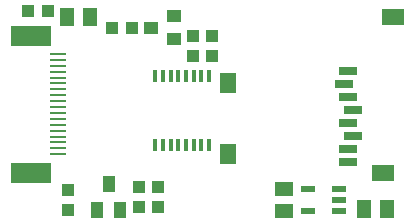
<source format=gbr>
G04 EAGLE Gerber RS-274X export*
G75*
%MOMM*%
%FSLAX34Y34*%
%LPD*%
%INSolderpaste Top*%
%IPPOS*%
%AMOC8*
5,1,8,0,0,1.08239X$1,22.5*%
G01*
%ADD10R,1.900000X1.400000*%
%ADD11R,1.400000X1.800000*%
%ADD12R,1.500000X0.700000*%
%ADD13R,1.200000X0.550000*%
%ADD14R,1.240000X1.500000*%
%ADD15R,1.500000X1.240000*%
%ADD16R,1.000000X1.075000*%
%ADD17R,1.200000X1.000000*%
%ADD18R,1.075000X1.000000*%
%ADD19R,0.304800X0.990600*%
%ADD20R,1.000000X1.400000*%
%ADD21R,1.400000X0.250000*%
%ADD22R,3.500000X1.800000*%


D10*
X336060Y94170D03*
X345060Y226170D03*
D11*
X205060Y110170D03*
X205060Y170170D03*
D12*
X307060Y103170D03*
X307060Y114170D03*
X311060Y125170D03*
X307060Y136170D03*
X311060Y147170D03*
X307060Y158170D03*
X303060Y169170D03*
X307060Y180170D03*
D13*
X298750Y61620D03*
X298750Y71120D03*
X298750Y80620D03*
X272750Y80620D03*
X272750Y61620D03*
D14*
X320700Y63500D03*
X339700Y63500D03*
X69240Y226060D03*
X88240Y226060D03*
D15*
X252730Y61620D03*
X252730Y80620D03*
D16*
X175260Y210430D03*
X175260Y193430D03*
D17*
X139860Y217170D03*
X159860Y226670D03*
X159860Y207670D03*
D16*
X146050Y65160D03*
X146050Y82160D03*
X69850Y62620D03*
X69850Y79620D03*
X129540Y65160D03*
X129540Y82160D03*
D18*
X124070Y217170D03*
X107070Y217170D03*
D16*
X191770Y193430D03*
X191770Y210430D03*
D18*
X52950Y231140D03*
X35950Y231140D03*
D19*
X189120Y176498D03*
X182620Y176498D03*
X176120Y176498D03*
X169620Y176498D03*
X163120Y176498D03*
X156620Y176498D03*
X150120Y176498D03*
X143620Y176498D03*
X143620Y118142D03*
X150120Y118142D03*
X156620Y118142D03*
X163120Y118142D03*
X169620Y118142D03*
X176120Y118142D03*
X182620Y118142D03*
X189120Y118142D03*
D20*
X104140Y84660D03*
X113640Y62660D03*
X94640Y62660D03*
D21*
X61070Y109900D03*
X61070Y114900D03*
X61070Y119900D03*
X61070Y124900D03*
X61070Y129900D03*
X61070Y134900D03*
X61070Y139900D03*
X61070Y144900D03*
X61070Y149900D03*
X61070Y154900D03*
X61070Y159900D03*
X61070Y164900D03*
X61070Y169900D03*
X61070Y174900D03*
X61070Y179900D03*
X61070Y184900D03*
X61070Y189900D03*
X61070Y194900D03*
D22*
X38010Y210400D03*
X38010Y94400D03*
M02*

</source>
